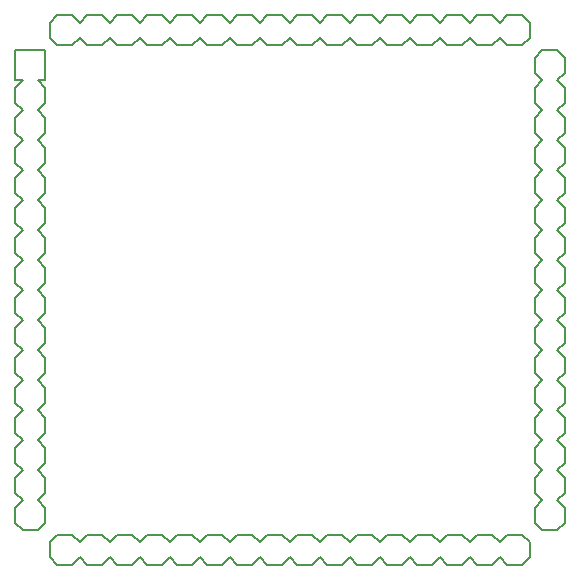
<source format=gbo>
G75*
%MOIN*%
%OFA0B0*%
%FSLAX25Y25*%
%IPPOS*%
%LPD*%
%AMOC8*
5,1,8,0,0,1.08239X$1,22.5*
%
%ADD10C,0.00800*%
D10*
X0004406Y0013520D02*
X0001906Y0016020D01*
X0001906Y0021020D01*
X0004406Y0023520D01*
X0001906Y0026020D01*
X0001906Y0031020D01*
X0004406Y0033520D01*
X0001906Y0036020D01*
X0001906Y0041020D01*
X0004406Y0043520D01*
X0001906Y0046020D01*
X0001906Y0051020D01*
X0004406Y0053520D01*
X0001906Y0056020D01*
X0001906Y0061020D01*
X0004406Y0063520D01*
X0001906Y0066020D01*
X0001906Y0071020D01*
X0004406Y0073520D01*
X0001906Y0076020D01*
X0001906Y0081020D01*
X0004406Y0083520D01*
X0001906Y0086020D01*
X0001906Y0091020D01*
X0004406Y0093520D01*
X0001906Y0096020D01*
X0001906Y0101020D01*
X0004406Y0103520D01*
X0001906Y0106020D01*
X0001906Y0111020D01*
X0004406Y0113520D01*
X0001906Y0116020D01*
X0001906Y0121020D01*
X0004406Y0123520D01*
X0001906Y0126020D01*
X0001906Y0131020D01*
X0004406Y0133520D01*
X0001906Y0136020D01*
X0001906Y0141020D01*
X0004406Y0143520D01*
X0001906Y0146020D01*
X0001906Y0151020D01*
X0004406Y0153520D01*
X0001906Y0156020D01*
X0001906Y0161020D01*
X0004406Y0163520D01*
X0001906Y0163520D01*
X0001906Y0173520D01*
X0011906Y0173520D01*
X0011906Y0163520D01*
X0009406Y0163520D01*
X0011906Y0161020D01*
X0011906Y0156020D01*
X0009406Y0153520D01*
X0011906Y0151020D01*
X0011906Y0146020D01*
X0009406Y0143520D01*
X0011906Y0141020D01*
X0011906Y0136020D01*
X0009406Y0133520D01*
X0011906Y0131020D01*
X0011906Y0126020D01*
X0009406Y0123520D01*
X0011906Y0121020D01*
X0011906Y0116020D01*
X0009406Y0113520D01*
X0011906Y0111020D01*
X0011906Y0106020D01*
X0009406Y0103520D01*
X0011906Y0101020D01*
X0011906Y0096020D01*
X0009406Y0093520D01*
X0011906Y0091020D01*
X0011906Y0086020D01*
X0009406Y0083520D01*
X0011906Y0081020D01*
X0011906Y0076020D01*
X0009406Y0073520D01*
X0011906Y0071020D01*
X0011906Y0066020D01*
X0009406Y0063520D01*
X0011906Y0061020D01*
X0011906Y0056020D01*
X0009406Y0053520D01*
X0011906Y0051020D01*
X0011906Y0046020D01*
X0009406Y0043520D01*
X0011906Y0041020D01*
X0011906Y0036020D01*
X0009406Y0033520D01*
X0011906Y0031020D01*
X0011906Y0026020D01*
X0009406Y0023520D01*
X0011906Y0021020D01*
X0011906Y0016020D01*
X0009406Y0013520D01*
X0004406Y0013520D01*
X0013520Y0009406D02*
X0013520Y0004406D01*
X0016020Y0001906D01*
X0021020Y0001906D01*
X0023520Y0004406D01*
X0026020Y0001906D01*
X0031020Y0001906D01*
X0033520Y0004406D01*
X0036020Y0001906D01*
X0041020Y0001906D01*
X0043520Y0004406D01*
X0046020Y0001906D01*
X0051020Y0001906D01*
X0053520Y0004406D01*
X0056020Y0001906D01*
X0061020Y0001906D01*
X0063520Y0004406D01*
X0066020Y0001906D01*
X0071020Y0001906D01*
X0073520Y0004406D01*
X0076020Y0001906D01*
X0081020Y0001906D01*
X0083520Y0004406D01*
X0086020Y0001906D01*
X0091020Y0001906D01*
X0093520Y0004406D01*
X0096020Y0001906D01*
X0101020Y0001906D01*
X0103520Y0004406D01*
X0106020Y0001906D01*
X0111020Y0001906D01*
X0113520Y0004406D01*
X0116020Y0001906D01*
X0121020Y0001906D01*
X0123520Y0004406D01*
X0126020Y0001906D01*
X0131020Y0001906D01*
X0133520Y0004406D01*
X0136020Y0001906D01*
X0141020Y0001906D01*
X0143520Y0004406D01*
X0146020Y0001906D01*
X0151020Y0001906D01*
X0153520Y0004406D01*
X0156020Y0001906D01*
X0161020Y0001906D01*
X0163520Y0004406D01*
X0166020Y0001906D01*
X0171020Y0001906D01*
X0173520Y0004406D01*
X0173520Y0009406D01*
X0171020Y0011906D01*
X0166020Y0011906D01*
X0163520Y0009406D01*
X0161020Y0011906D01*
X0156020Y0011906D01*
X0153520Y0009406D01*
X0151020Y0011906D01*
X0146020Y0011906D01*
X0143520Y0009406D01*
X0141020Y0011906D01*
X0136020Y0011906D01*
X0133520Y0009406D01*
X0131020Y0011906D01*
X0126020Y0011906D01*
X0123520Y0009406D01*
X0121020Y0011906D01*
X0116020Y0011906D01*
X0113520Y0009406D01*
X0111020Y0011906D01*
X0106020Y0011906D01*
X0103520Y0009406D01*
X0101020Y0011906D01*
X0096020Y0011906D01*
X0093520Y0009406D01*
X0091020Y0011906D01*
X0086020Y0011906D01*
X0083520Y0009406D01*
X0081020Y0011906D01*
X0076020Y0011906D01*
X0073520Y0009406D01*
X0071020Y0011906D01*
X0066020Y0011906D01*
X0063520Y0009406D01*
X0061020Y0011906D01*
X0056020Y0011906D01*
X0053520Y0009406D01*
X0051020Y0011906D01*
X0046020Y0011906D01*
X0043520Y0009406D01*
X0041020Y0011906D01*
X0036020Y0011906D01*
X0033520Y0009406D01*
X0031020Y0011906D01*
X0026020Y0011906D01*
X0023520Y0009406D01*
X0021020Y0011906D01*
X0016020Y0011906D01*
X0013520Y0009406D01*
X0175134Y0016020D02*
X0177634Y0013520D01*
X0182634Y0013520D01*
X0185134Y0016020D01*
X0185134Y0021020D01*
X0182634Y0023520D01*
X0185134Y0026020D01*
X0185134Y0031020D01*
X0182634Y0033520D01*
X0185134Y0036020D01*
X0185134Y0041020D01*
X0182634Y0043520D01*
X0185134Y0046020D01*
X0185134Y0051020D01*
X0182634Y0053520D01*
X0185134Y0056020D01*
X0185134Y0061020D01*
X0182634Y0063520D01*
X0185134Y0066020D01*
X0185134Y0071020D01*
X0182634Y0073520D01*
X0185134Y0076020D01*
X0185134Y0081020D01*
X0182634Y0083520D01*
X0185134Y0086020D01*
X0185134Y0091020D01*
X0182634Y0093520D01*
X0185134Y0096020D01*
X0185134Y0101020D01*
X0182634Y0103520D01*
X0185134Y0106020D01*
X0185134Y0111020D01*
X0182634Y0113520D01*
X0185134Y0116020D01*
X0185134Y0121020D01*
X0182634Y0123520D01*
X0185134Y0126020D01*
X0185134Y0131020D01*
X0182634Y0133520D01*
X0185134Y0136020D01*
X0185134Y0141020D01*
X0182634Y0143520D01*
X0185134Y0146020D01*
X0185134Y0151020D01*
X0182634Y0153520D01*
X0185134Y0156020D01*
X0185134Y0161020D01*
X0182634Y0163520D01*
X0185134Y0166020D01*
X0185134Y0171020D01*
X0182634Y0173520D01*
X0177634Y0173520D01*
X0175134Y0171020D01*
X0175134Y0166020D01*
X0177634Y0163520D01*
X0175134Y0161020D01*
X0175134Y0156020D01*
X0177634Y0153520D01*
X0175134Y0151020D01*
X0175134Y0146020D01*
X0177634Y0143520D01*
X0175134Y0141020D01*
X0175134Y0136020D01*
X0177634Y0133520D01*
X0175134Y0131020D01*
X0175134Y0126020D01*
X0177634Y0123520D01*
X0175134Y0121020D01*
X0175134Y0116020D01*
X0177634Y0113520D01*
X0175134Y0111020D01*
X0175134Y0106020D01*
X0177634Y0103520D01*
X0175134Y0101020D01*
X0175134Y0096020D01*
X0177634Y0093520D01*
X0175134Y0091020D01*
X0175134Y0086020D01*
X0177634Y0083520D01*
X0175134Y0081020D01*
X0175134Y0076020D01*
X0177634Y0073520D01*
X0175134Y0071020D01*
X0175134Y0066020D01*
X0177634Y0063520D01*
X0175134Y0061020D01*
X0175134Y0056020D01*
X0177634Y0053520D01*
X0175134Y0051020D01*
X0175134Y0046020D01*
X0177634Y0043520D01*
X0175134Y0041020D01*
X0175134Y0036020D01*
X0177634Y0033520D01*
X0175134Y0031020D01*
X0175134Y0026020D01*
X0177634Y0023520D01*
X0175134Y0021020D01*
X0175134Y0016020D01*
X0171020Y0175134D02*
X0166020Y0175134D01*
X0163520Y0177634D01*
X0161020Y0175134D01*
X0156020Y0175134D01*
X0153520Y0177634D01*
X0151020Y0175134D01*
X0146020Y0175134D01*
X0143520Y0177634D01*
X0141020Y0175134D01*
X0136020Y0175134D01*
X0133520Y0177634D01*
X0131020Y0175134D01*
X0126020Y0175134D01*
X0123520Y0177634D01*
X0121020Y0175134D01*
X0116020Y0175134D01*
X0113520Y0177634D01*
X0111020Y0175134D01*
X0106020Y0175134D01*
X0103520Y0177634D01*
X0101020Y0175134D01*
X0096020Y0175134D01*
X0093520Y0177634D01*
X0091020Y0175134D01*
X0086020Y0175134D01*
X0083520Y0177634D01*
X0081020Y0175134D01*
X0076020Y0175134D01*
X0073520Y0177634D01*
X0071020Y0175134D01*
X0066020Y0175134D01*
X0063520Y0177634D01*
X0061020Y0175134D01*
X0056020Y0175134D01*
X0053520Y0177634D01*
X0051020Y0175134D01*
X0046020Y0175134D01*
X0043520Y0177634D01*
X0041020Y0175134D01*
X0036020Y0175134D01*
X0033520Y0177634D01*
X0031020Y0175134D01*
X0026020Y0175134D01*
X0023520Y0177634D01*
X0021020Y0175134D01*
X0016020Y0175134D01*
X0013520Y0177634D01*
X0013520Y0182634D01*
X0016020Y0185134D01*
X0021020Y0185134D01*
X0023520Y0182634D01*
X0026020Y0185134D01*
X0031020Y0185134D01*
X0033520Y0182634D01*
X0036020Y0185134D01*
X0041020Y0185134D01*
X0043520Y0182634D01*
X0046020Y0185134D01*
X0051020Y0185134D01*
X0053520Y0182634D01*
X0056020Y0185134D01*
X0061020Y0185134D01*
X0063520Y0182634D01*
X0066020Y0185134D01*
X0071020Y0185134D01*
X0073520Y0182634D01*
X0076020Y0185134D01*
X0081020Y0185134D01*
X0083520Y0182634D01*
X0086020Y0185134D01*
X0091020Y0185134D01*
X0093520Y0182634D01*
X0096020Y0185134D01*
X0101020Y0185134D01*
X0103520Y0182634D01*
X0106020Y0185134D01*
X0111020Y0185134D01*
X0113520Y0182634D01*
X0116020Y0185134D01*
X0121020Y0185134D01*
X0123520Y0182634D01*
X0126020Y0185134D01*
X0131020Y0185134D01*
X0133520Y0182634D01*
X0136020Y0185134D01*
X0141020Y0185134D01*
X0143520Y0182634D01*
X0146020Y0185134D01*
X0151020Y0185134D01*
X0153520Y0182634D01*
X0156020Y0185134D01*
X0161020Y0185134D01*
X0163520Y0182634D01*
X0166020Y0185134D01*
X0171020Y0185134D01*
X0173520Y0182634D01*
X0173520Y0177634D01*
X0171020Y0175134D01*
M02*

</source>
